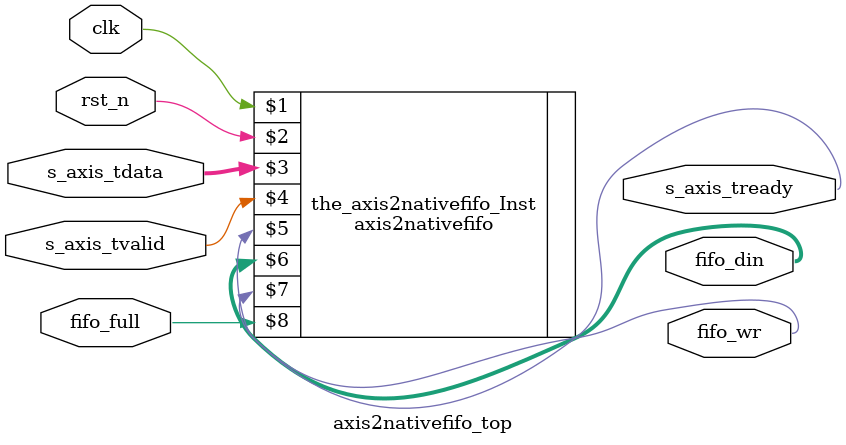
<source format=v>
`timescale 1ns/10ps

module axis2nativefifo_top #(
    parameter integer DW=24
)(
    input wire clk,rst_n,
    input wire [DW-1:0] s_axis_tdata,
    input wire s_axis_tvalid,
    output wire s_axis_tready,
    output wire [DW-1:0] fifo_din,
    output wire fifo_wr,
    input wire fifo_full
);
    axis2nativefifo #(DW) the_axis2nativefifo_Inst(
        clk,rst_n,
        s_axis_tdata,s_axis_tvalid,s_axis_tready,
        fifo_din,fifo_wr,fifo_full
    );
endmodule

</source>
